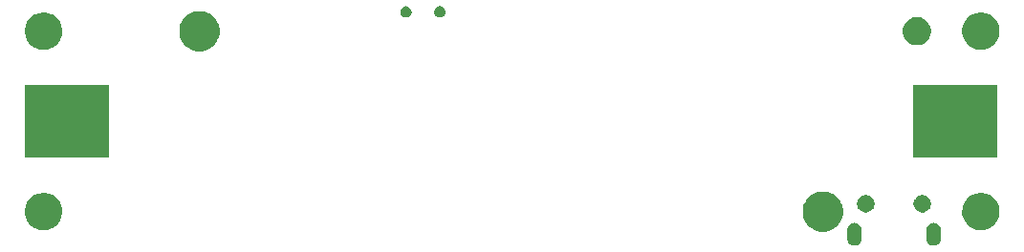
<source format=gbr>
G04 #@! TF.GenerationSoftware,KiCad,Pcbnew,(5.1.5)-3*
G04 #@! TF.CreationDate,2021-08-11T14:04:56+02:00*
G04 #@! TF.ProjectId,18650_UPS_PCB,31383635-305f-4555-9053-5f5043422e6b,rev?*
G04 #@! TF.SameCoordinates,Original*
G04 #@! TF.FileFunction,Soldermask,Bot*
G04 #@! TF.FilePolarity,Negative*
%FSLAX46Y46*%
G04 Gerber Fmt 4.6, Leading zero omitted, Abs format (unit mm)*
G04 Created by KiCad (PCBNEW (5.1.5)-3) date 2021-08-11 14:04:56*
%MOMM*%
%LPD*%
G04 APERTURE LIST*
%ADD10C,0.100000*%
G04 APERTURE END LIST*
D10*
G36*
X203247617Y-94695920D02*
G01*
X203338403Y-94723460D01*
X203370335Y-94733146D01*
X203483424Y-94793594D01*
X203582554Y-94874947D01*
X203663906Y-94974075D01*
X203724354Y-95087164D01*
X203734040Y-95119096D01*
X203761580Y-95209882D01*
X203771000Y-95305527D01*
X203771000Y-96069473D01*
X203761580Y-96165118D01*
X203734040Y-96255904D01*
X203724354Y-96287836D01*
X203663906Y-96400925D01*
X203582554Y-96500054D01*
X203483425Y-96581406D01*
X203370336Y-96641854D01*
X203338404Y-96651540D01*
X203247618Y-96679080D01*
X203120000Y-96691649D01*
X202992383Y-96679080D01*
X202901597Y-96651540D01*
X202869665Y-96641854D01*
X202756576Y-96581406D01*
X202657447Y-96500054D01*
X202576095Y-96400925D01*
X202515648Y-96287837D01*
X202515645Y-96287832D01*
X202478420Y-96165118D01*
X202469000Y-96069473D01*
X202469000Y-95305528D01*
X202478420Y-95209883D01*
X202515645Y-95087169D01*
X202515646Y-95087165D01*
X202576094Y-94974076D01*
X202657447Y-94874946D01*
X202756575Y-94793594D01*
X202869664Y-94733146D01*
X202901596Y-94723460D01*
X202992382Y-94695920D01*
X203120000Y-94683351D01*
X203247617Y-94695920D01*
G37*
G36*
X196247618Y-94695920D02*
G01*
X196338404Y-94723460D01*
X196370336Y-94733146D01*
X196483425Y-94793594D01*
X196582554Y-94874946D01*
X196663906Y-94974075D01*
X196724354Y-95087164D01*
X196734040Y-95119096D01*
X196761580Y-95209882D01*
X196771000Y-95305527D01*
X196771000Y-96069473D01*
X196761580Y-96165118D01*
X196734040Y-96255904D01*
X196724354Y-96287836D01*
X196663906Y-96400925D01*
X196582554Y-96500053D01*
X196483424Y-96581406D01*
X196370335Y-96641854D01*
X196338403Y-96651540D01*
X196247617Y-96679080D01*
X196120000Y-96691649D01*
X195992382Y-96679080D01*
X195901596Y-96651540D01*
X195869664Y-96641854D01*
X195756575Y-96581406D01*
X195657447Y-96500054D01*
X195576094Y-96400924D01*
X195515646Y-96287835D01*
X195505960Y-96255903D01*
X195478420Y-96165117D01*
X195469000Y-96069472D01*
X195469000Y-95305527D01*
X195478420Y-95209882D01*
X195515645Y-95087168D01*
X195540608Y-95040466D01*
X195576095Y-94974075D01*
X195657447Y-94874946D01*
X195756576Y-94793594D01*
X195869665Y-94733146D01*
X195901597Y-94723460D01*
X195992383Y-94695920D01*
X196120000Y-94683351D01*
X196247618Y-94695920D01*
G37*
G36*
X193828039Y-91977250D02*
G01*
X193965045Y-92034000D01*
X194151251Y-92111129D01*
X194442134Y-92305491D01*
X194689509Y-92552866D01*
X194828679Y-92761149D01*
X194883871Y-92843749D01*
X195017750Y-93166960D01*
X195086000Y-93510078D01*
X195086000Y-93859921D01*
X195017750Y-94203039D01*
X194939325Y-94392372D01*
X194883871Y-94526251D01*
X194689509Y-94817134D01*
X194442134Y-95064509D01*
X194151251Y-95258871D01*
X194038613Y-95305527D01*
X193828039Y-95392750D01*
X193484922Y-95461000D01*
X193135078Y-95461000D01*
X192791961Y-95392750D01*
X192581387Y-95305527D01*
X192468749Y-95258871D01*
X192177866Y-95064509D01*
X191930491Y-94817134D01*
X191736129Y-94526251D01*
X191680675Y-94392372D01*
X191602250Y-94203039D01*
X191534000Y-93859921D01*
X191534000Y-93510078D01*
X191602250Y-93166960D01*
X191736129Y-92843749D01*
X191791321Y-92761149D01*
X191930491Y-92552866D01*
X192177866Y-92305491D01*
X192468749Y-92111129D01*
X192654955Y-92034000D01*
X192791961Y-91977250D01*
X193135078Y-91909000D01*
X193484922Y-91909000D01*
X193828039Y-91977250D01*
G37*
G36*
X124685256Y-92076298D02*
G01*
X124791579Y-92097447D01*
X125092042Y-92221903D01*
X125362451Y-92402585D01*
X125592415Y-92632549D01*
X125773097Y-92902958D01*
X125897553Y-93203421D01*
X125918702Y-93309744D01*
X125953000Y-93482169D01*
X125961000Y-93522391D01*
X125961000Y-93847609D01*
X125897553Y-94166579D01*
X125773097Y-94467042D01*
X125592415Y-94737451D01*
X125362451Y-94967415D01*
X125092042Y-95148097D01*
X124791579Y-95272553D01*
X124685256Y-95293702D01*
X124472611Y-95336000D01*
X124147389Y-95336000D01*
X123934744Y-95293702D01*
X123828421Y-95272553D01*
X123527958Y-95148097D01*
X123257549Y-94967415D01*
X123027585Y-94737451D01*
X122846903Y-94467042D01*
X122722447Y-94166579D01*
X122659000Y-93847609D01*
X122659000Y-93522391D01*
X122667001Y-93482169D01*
X122701298Y-93309744D01*
X122722447Y-93203421D01*
X122846903Y-92902958D01*
X123027585Y-92632549D01*
X123257549Y-92402585D01*
X123527958Y-92221903D01*
X123828421Y-92097447D01*
X123934744Y-92076298D01*
X124147389Y-92034000D01*
X124472611Y-92034000D01*
X124685256Y-92076298D01*
G37*
G36*
X207685256Y-92076298D02*
G01*
X207791579Y-92097447D01*
X208092042Y-92221903D01*
X208362451Y-92402585D01*
X208592415Y-92632549D01*
X208773097Y-92902958D01*
X208897553Y-93203421D01*
X208918702Y-93309744D01*
X208953000Y-93482169D01*
X208961000Y-93522391D01*
X208961000Y-93847609D01*
X208897553Y-94166579D01*
X208773097Y-94467042D01*
X208592415Y-94737451D01*
X208362451Y-94967415D01*
X208092042Y-95148097D01*
X207791579Y-95272553D01*
X207685256Y-95293702D01*
X207472611Y-95336000D01*
X207147389Y-95336000D01*
X206934744Y-95293702D01*
X206828421Y-95272553D01*
X206527958Y-95148097D01*
X206257549Y-94967415D01*
X206027585Y-94737451D01*
X205846903Y-94467042D01*
X205722447Y-94166579D01*
X205659000Y-93847609D01*
X205659000Y-93522391D01*
X205667001Y-93482169D01*
X205701298Y-93309744D01*
X205722447Y-93203421D01*
X205846903Y-92902958D01*
X206027585Y-92632549D01*
X206257549Y-92402585D01*
X206527958Y-92221903D01*
X206828421Y-92097447D01*
X206934744Y-92076298D01*
X207147389Y-92034000D01*
X207472611Y-92034000D01*
X207685256Y-92076298D01*
G37*
G36*
X202346348Y-92241320D02*
G01*
X202346350Y-92241321D01*
X202346351Y-92241321D01*
X202487574Y-92299817D01*
X202487577Y-92299819D01*
X202614669Y-92384739D01*
X202722761Y-92492831D01*
X202807681Y-92619923D01*
X202807683Y-92619926D01*
X202812912Y-92632551D01*
X202866180Y-92761152D01*
X202896000Y-92911069D01*
X202896000Y-93063931D01*
X202868254Y-93203422D01*
X202866179Y-93213851D01*
X202807683Y-93355074D01*
X202807681Y-93355077D01*
X202722761Y-93482169D01*
X202614669Y-93590261D01*
X202487577Y-93675181D01*
X202487574Y-93675183D01*
X202346351Y-93733679D01*
X202346350Y-93733679D01*
X202346348Y-93733680D01*
X202196431Y-93763500D01*
X202043569Y-93763500D01*
X201893652Y-93733680D01*
X201893650Y-93733679D01*
X201893649Y-93733679D01*
X201752426Y-93675183D01*
X201752423Y-93675181D01*
X201625331Y-93590261D01*
X201517239Y-93482169D01*
X201432319Y-93355077D01*
X201432317Y-93355074D01*
X201373821Y-93213851D01*
X201371747Y-93203422D01*
X201344000Y-93063931D01*
X201344000Y-92911069D01*
X201373820Y-92761152D01*
X201427088Y-92632551D01*
X201432317Y-92619926D01*
X201432319Y-92619923D01*
X201517239Y-92492831D01*
X201625331Y-92384739D01*
X201752423Y-92299819D01*
X201752426Y-92299817D01*
X201893649Y-92241321D01*
X201893650Y-92241321D01*
X201893652Y-92241320D01*
X202043569Y-92211500D01*
X202196431Y-92211500D01*
X202346348Y-92241320D01*
G37*
G36*
X197346348Y-92241320D02*
G01*
X197346350Y-92241321D01*
X197346351Y-92241321D01*
X197487574Y-92299817D01*
X197487577Y-92299819D01*
X197614669Y-92384739D01*
X197722761Y-92492831D01*
X197807681Y-92619923D01*
X197807683Y-92619926D01*
X197812912Y-92632551D01*
X197866180Y-92761152D01*
X197896000Y-92911069D01*
X197896000Y-93063931D01*
X197868254Y-93203422D01*
X197866179Y-93213851D01*
X197807683Y-93355074D01*
X197807681Y-93355077D01*
X197722761Y-93482169D01*
X197614669Y-93590261D01*
X197487577Y-93675181D01*
X197487574Y-93675183D01*
X197346351Y-93733679D01*
X197346350Y-93733679D01*
X197346348Y-93733680D01*
X197196431Y-93763500D01*
X197043569Y-93763500D01*
X196893652Y-93733680D01*
X196893650Y-93733679D01*
X196893649Y-93733679D01*
X196752426Y-93675183D01*
X196752423Y-93675181D01*
X196625331Y-93590261D01*
X196517239Y-93482169D01*
X196432319Y-93355077D01*
X196432317Y-93355074D01*
X196373821Y-93213851D01*
X196371747Y-93203422D01*
X196344000Y-93063931D01*
X196344000Y-92911069D01*
X196373820Y-92761152D01*
X196427088Y-92632551D01*
X196432317Y-92619926D01*
X196432319Y-92619923D01*
X196517239Y-92492831D01*
X196625331Y-92384739D01*
X196752423Y-92299819D01*
X196752426Y-92299817D01*
X196893649Y-92241321D01*
X196893650Y-92241321D01*
X196893652Y-92241320D01*
X197043569Y-92211500D01*
X197196431Y-92211500D01*
X197346348Y-92241320D01*
G37*
G36*
X130101000Y-88911000D02*
G01*
X122659000Y-88911000D01*
X122659000Y-82459000D01*
X130101000Y-82459000D01*
X130101000Y-88911000D01*
G37*
G36*
X208761000Y-88911000D02*
G01*
X201319000Y-88911000D01*
X201319000Y-82459000D01*
X208761000Y-82459000D01*
X208761000Y-88911000D01*
G37*
G36*
X138628039Y-75977250D02*
G01*
X138765045Y-76034000D01*
X138951251Y-76111129D01*
X139242134Y-76305491D01*
X139489509Y-76552866D01*
X139599292Y-76717168D01*
X139683871Y-76843749D01*
X139817750Y-77166960D01*
X139886000Y-77510078D01*
X139886000Y-77859921D01*
X139817750Y-78203039D01*
X139787859Y-78275201D01*
X139683871Y-78526251D01*
X139489509Y-78817134D01*
X139242134Y-79064509D01*
X138951251Y-79258871D01*
X138817372Y-79314325D01*
X138628039Y-79392750D01*
X138284922Y-79461000D01*
X137935078Y-79461000D01*
X137591961Y-79392750D01*
X137402628Y-79314325D01*
X137268749Y-79258871D01*
X136977866Y-79064509D01*
X136730491Y-78817134D01*
X136536129Y-78526251D01*
X136432141Y-78275201D01*
X136402250Y-78203039D01*
X136334000Y-77859921D01*
X136334000Y-77510078D01*
X136402250Y-77166960D01*
X136536129Y-76843749D01*
X136620708Y-76717168D01*
X136730491Y-76552866D01*
X136977866Y-76305491D01*
X137268749Y-76111129D01*
X137454955Y-76034000D01*
X137591961Y-75977250D01*
X137935078Y-75909000D01*
X138284922Y-75909000D01*
X138628039Y-75977250D01*
G37*
G36*
X207685256Y-76076298D02*
G01*
X207791579Y-76097447D01*
X208004037Y-76185450D01*
X208056817Y-76207312D01*
X208092042Y-76221903D01*
X208362451Y-76402585D01*
X208592415Y-76632549D01*
X208764920Y-76890721D01*
X208773098Y-76902960D01*
X208897553Y-77203422D01*
X208961000Y-77522389D01*
X208961000Y-77847611D01*
X208921051Y-78048445D01*
X208897553Y-78166579D01*
X208773097Y-78467042D01*
X208592415Y-78737451D01*
X208362451Y-78967415D01*
X208092042Y-79148097D01*
X207791579Y-79272553D01*
X207685256Y-79293702D01*
X207472611Y-79336000D01*
X207147389Y-79336000D01*
X206934744Y-79293702D01*
X206828421Y-79272553D01*
X206527958Y-79148097D01*
X206257549Y-78967415D01*
X206027585Y-78737451D01*
X205846903Y-78467042D01*
X205722447Y-78166579D01*
X205698949Y-78048445D01*
X205659000Y-77847611D01*
X205659000Y-77522389D01*
X205722447Y-77203422D01*
X205846902Y-76902960D01*
X205855080Y-76890721D01*
X206027585Y-76632549D01*
X206257549Y-76402585D01*
X206527958Y-76221903D01*
X206563184Y-76207312D01*
X206615963Y-76185450D01*
X206828421Y-76097447D01*
X206934744Y-76076298D01*
X207147389Y-76034000D01*
X207472611Y-76034000D01*
X207685256Y-76076298D01*
G37*
G36*
X124685256Y-76076298D02*
G01*
X124791579Y-76097447D01*
X125004037Y-76185450D01*
X125056817Y-76207312D01*
X125092042Y-76221903D01*
X125362451Y-76402585D01*
X125592415Y-76632549D01*
X125764920Y-76890721D01*
X125773098Y-76902960D01*
X125897553Y-77203422D01*
X125961000Y-77522389D01*
X125961000Y-77847611D01*
X125921051Y-78048445D01*
X125897553Y-78166579D01*
X125773097Y-78467042D01*
X125592415Y-78737451D01*
X125362451Y-78967415D01*
X125092042Y-79148097D01*
X124791579Y-79272553D01*
X124685256Y-79293702D01*
X124472611Y-79336000D01*
X124147389Y-79336000D01*
X123934744Y-79293702D01*
X123828421Y-79272553D01*
X123527958Y-79148097D01*
X123257549Y-78967415D01*
X123027585Y-78737451D01*
X122846903Y-78467042D01*
X122722447Y-78166579D01*
X122698949Y-78048445D01*
X122659000Y-77847611D01*
X122659000Y-77522389D01*
X122722447Y-77203422D01*
X122846902Y-76902960D01*
X122855080Y-76890721D01*
X123027585Y-76632549D01*
X123257549Y-76402585D01*
X123527958Y-76221903D01*
X123563184Y-76207312D01*
X123615963Y-76185450D01*
X123828421Y-76097447D01*
X123934744Y-76076298D01*
X124147389Y-76034000D01*
X124472611Y-76034000D01*
X124685256Y-76076298D01*
G37*
G36*
X202003444Y-76486882D02*
G01*
X202230201Y-76580808D01*
X202230202Y-76580809D01*
X202434279Y-76717168D01*
X202607832Y-76890721D01*
X202698944Y-77027081D01*
X202744192Y-77094799D01*
X202838118Y-77321556D01*
X202886000Y-77562278D01*
X202886000Y-77807722D01*
X202838118Y-78048444D01*
X202744192Y-78275201D01*
X202744191Y-78275202D01*
X202607832Y-78479279D01*
X202434279Y-78652832D01*
X202307640Y-78737449D01*
X202230201Y-78789192D01*
X202003444Y-78883118D01*
X201762722Y-78931000D01*
X201517278Y-78931000D01*
X201276556Y-78883118D01*
X201049799Y-78789192D01*
X200972360Y-78737449D01*
X200845721Y-78652832D01*
X200672168Y-78479279D01*
X200535809Y-78275202D01*
X200535808Y-78275201D01*
X200441882Y-78048444D01*
X200394000Y-77807722D01*
X200394000Y-77562278D01*
X200441882Y-77321556D01*
X200535808Y-77094799D01*
X200581056Y-77027081D01*
X200672168Y-76890721D01*
X200845721Y-76717168D01*
X201049798Y-76580809D01*
X201049799Y-76580808D01*
X201276556Y-76486882D01*
X201517278Y-76439000D01*
X201762722Y-76439000D01*
X202003444Y-76486882D01*
G37*
G36*
X159497740Y-75478626D02*
G01*
X159546136Y-75488253D01*
X159583902Y-75503896D01*
X159637311Y-75526019D01*
X159637312Y-75526020D01*
X159719369Y-75580848D01*
X159789152Y-75650631D01*
X159789153Y-75650633D01*
X159843981Y-75732689D01*
X159881747Y-75823865D01*
X159901000Y-75920655D01*
X159901000Y-76019345D01*
X159881747Y-76116135D01*
X159843981Y-76207311D01*
X159834231Y-76221903D01*
X159789152Y-76289369D01*
X159719369Y-76359152D01*
X159678062Y-76386752D01*
X159637311Y-76413981D01*
X159583902Y-76436104D01*
X159546136Y-76451747D01*
X159497740Y-76461374D01*
X159449345Y-76471000D01*
X159350655Y-76471000D01*
X159302260Y-76461373D01*
X159253864Y-76451747D01*
X159216098Y-76436104D01*
X159162689Y-76413981D01*
X159121938Y-76386752D01*
X159080631Y-76359152D01*
X159010848Y-76289369D01*
X158965769Y-76221903D01*
X158956019Y-76207311D01*
X158918253Y-76116135D01*
X158899000Y-76019345D01*
X158899000Y-75920655D01*
X158918253Y-75823865D01*
X158956019Y-75732689D01*
X159010847Y-75650633D01*
X159010848Y-75650631D01*
X159080631Y-75580848D01*
X159162688Y-75526020D01*
X159162689Y-75526019D01*
X159216098Y-75503896D01*
X159253864Y-75488253D01*
X159302260Y-75478626D01*
X159350655Y-75469000D01*
X159449345Y-75469000D01*
X159497740Y-75478626D01*
G37*
G36*
X156497740Y-75478626D02*
G01*
X156546136Y-75488253D01*
X156583902Y-75503896D01*
X156637311Y-75526019D01*
X156637312Y-75526020D01*
X156719369Y-75580848D01*
X156789152Y-75650631D01*
X156789153Y-75650633D01*
X156843981Y-75732689D01*
X156881747Y-75823865D01*
X156901000Y-75920655D01*
X156901000Y-76019345D01*
X156881747Y-76116135D01*
X156843981Y-76207311D01*
X156834231Y-76221903D01*
X156789152Y-76289369D01*
X156719369Y-76359152D01*
X156678062Y-76386752D01*
X156637311Y-76413981D01*
X156583902Y-76436104D01*
X156546136Y-76451747D01*
X156497740Y-76461374D01*
X156449345Y-76471000D01*
X156350655Y-76471000D01*
X156302260Y-76461373D01*
X156253864Y-76451747D01*
X156216098Y-76436104D01*
X156162689Y-76413981D01*
X156121938Y-76386752D01*
X156080631Y-76359152D01*
X156010848Y-76289369D01*
X155965769Y-76221903D01*
X155956019Y-76207311D01*
X155918253Y-76116135D01*
X155899000Y-76019345D01*
X155899000Y-75920655D01*
X155918253Y-75823865D01*
X155956019Y-75732689D01*
X156010847Y-75650633D01*
X156010848Y-75650631D01*
X156080631Y-75580848D01*
X156162688Y-75526020D01*
X156162689Y-75526019D01*
X156216098Y-75503896D01*
X156253864Y-75488253D01*
X156302260Y-75478626D01*
X156350655Y-75469000D01*
X156449345Y-75469000D01*
X156497740Y-75478626D01*
G37*
M02*

</source>
